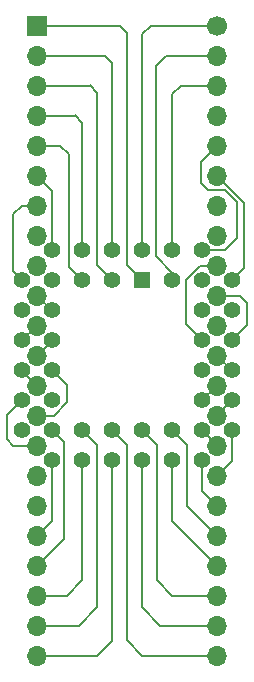
<source format=gbr>
%TF.GenerationSoftware,KiCad,Pcbnew,8.0.7*%
%TF.CreationDate,2025-02-20T01:51:32-06:00*%
%TF.ProjectId,PLCC-44-Socket-Adapter,504c4343-2d34-4342-9d53-6f636b65742d,v1.0*%
%TF.SameCoordinates,Original*%
%TF.FileFunction,Copper,L2,Bot*%
%TF.FilePolarity,Positive*%
%FSLAX46Y46*%
G04 Gerber Fmt 4.6, Leading zero omitted, Abs format (unit mm)*
G04 Created by KiCad (PCBNEW 8.0.7) date 2025-02-20 01:51:32*
%MOMM*%
%LPD*%
G01*
G04 APERTURE LIST*
%TA.AperFunction,ComponentPad*%
%ADD10C,1.700000*%
%TD*%
%TA.AperFunction,ComponentPad*%
%ADD11O,1.700000X1.700000*%
%TD*%
%TA.AperFunction,ComponentPad*%
%ADD12R,1.700000X1.700000*%
%TD*%
%TA.AperFunction,ComponentPad*%
%ADD13R,1.422400X1.422400*%
%TD*%
%TA.AperFunction,ComponentPad*%
%ADD14C,1.422400*%
%TD*%
%TA.AperFunction,Conductor*%
%ADD15C,0.200000*%
%TD*%
G04 APERTURE END LIST*
D10*
%TO.P,J2,1,Pin_1*%
%TO.N,/Pin44*%
X115570000Y-66060000D03*
D11*
%TO.P,J2,2,Pin_2*%
%TO.N,/Pin43*%
X115570000Y-68600000D03*
%TO.P,J2,3,Pin_3*%
%TO.N,/Pin42*%
X115570000Y-71140000D03*
%TO.P,J2,4,Pin_4*%
%TO.N,/Pin41*%
X115570000Y-73680000D03*
%TO.P,J2,5,Pin_5*%
%TO.N,/Pin40*%
X115570000Y-76220000D03*
%TO.P,J2,6,Pin_6*%
%TO.N,/Pin39*%
X115570000Y-78760000D03*
%TO.P,J2,7,Pin_7*%
%TO.N,/Pin38*%
X115570000Y-81300000D03*
%TO.P,J2,8,Pin_8*%
%TO.N,/Pin37*%
X115570000Y-83840000D03*
%TO.P,J2,9,Pin_9*%
%TO.N,/Pin36*%
X115570000Y-86380000D03*
%TO.P,J2,10,Pin_10*%
%TO.N,/Pin35*%
X115570000Y-88920000D03*
%TO.P,J2,11,Pin_11*%
%TO.N,/Pin34*%
X115570000Y-91460000D03*
%TO.P,J2,12,Pin_12*%
%TO.N,/Pin33*%
X115570000Y-94000000D03*
%TO.P,J2,13,Pin_13*%
%TO.N,/Pin32*%
X115570000Y-96540000D03*
%TO.P,J2,14,Pin_14*%
%TO.N,/Pin31*%
X115570000Y-99080000D03*
%TO.P,J2,15,Pin_15*%
%TO.N,/Pin30*%
X115570000Y-101620000D03*
%TO.P,J2,16,Pin_16*%
%TO.N,/Pin29*%
X115570000Y-104160000D03*
%TO.P,J2,17,Pin_17*%
%TO.N,/Pin28*%
X115570000Y-106700000D03*
%TO.P,J2,18,Pin_18*%
%TO.N,/Pin27*%
X115570000Y-109240000D03*
%TO.P,J2,19,Pin_19*%
%TO.N,/Pin26*%
X115570000Y-111780000D03*
%TO.P,J2,20,Pin_20*%
%TO.N,/Pin25*%
X115570000Y-114320000D03*
%TO.P,J2,21,Pin_21*%
%TO.N,/Pin24*%
X115570000Y-116860000D03*
%TO.P,J2,22,Pin_22*%
%TO.N,/Pin23*%
X115570000Y-119400000D03*
%TD*%
D12*
%TO.P,J1,1,Pin_1*%
%TO.N,/Pin1*%
X100330000Y-66060000D03*
D11*
%TO.P,J1,2,Pin_2*%
%TO.N,/Pin2*%
X100330000Y-68600000D03*
%TO.P,J1,3,Pin_3*%
%TO.N,/Pin3*%
X100330000Y-71140000D03*
%TO.P,J1,4,Pin_4*%
%TO.N,/Pin4*%
X100330000Y-73680000D03*
%TO.P,J1,5,Pin_5*%
%TO.N,/Pin5*%
X100330000Y-76220000D03*
%TO.P,J1,6,Pin_6*%
%TO.N,/Pin6*%
X100330000Y-78760000D03*
%TO.P,J1,7,Pin_7*%
%TO.N,/Pin7*%
X100330000Y-81300000D03*
%TO.P,J1,8,Pin_8*%
%TO.N,/Pin8*%
X100330000Y-83840000D03*
%TO.P,J1,9,Pin_9*%
%TO.N,/Pin9*%
X100330000Y-86380000D03*
%TO.P,J1,10,Pin_10*%
%TO.N,/Pin10*%
X100330000Y-88920000D03*
%TO.P,J1,11,Pin_11*%
%TO.N,/Pin11*%
X100330000Y-91460000D03*
%TO.P,J1,12,Pin_12*%
%TO.N,/Pin12*%
X100330000Y-94000000D03*
%TO.P,J1,13,Pin_13*%
%TO.N,/Pin13*%
X100330000Y-96540000D03*
%TO.P,J1,14,Pin_14*%
%TO.N,/Pin14*%
X100330000Y-99080000D03*
%TO.P,J1,15,Pin_15*%
%TO.N,/Pin15*%
X100330000Y-101620000D03*
%TO.P,J1,16,Pin_16*%
%TO.N,/Pin16*%
X100330000Y-104160000D03*
%TO.P,J1,17,Pin_17*%
%TO.N,/Pin17*%
X100330000Y-106700000D03*
%TO.P,J1,18,Pin_18*%
%TO.N,/Pin18*%
X100330000Y-109240000D03*
%TO.P,J1,19,Pin_19*%
%TO.N,/Pin19*%
X100330000Y-111780000D03*
%TO.P,J1,20,Pin_20*%
%TO.N,/Pin20*%
X100330000Y-114320000D03*
%TO.P,J1,21,Pin_21*%
%TO.N,/Pin21*%
X100330000Y-116860000D03*
%TO.P,J1,22,Pin_22*%
%TO.N,/Pin22*%
X100330000Y-119400000D03*
%TD*%
D13*
%TO.P,U1,1,GCLR/I*%
%TO.N,/Pin1*%
X109220000Y-87630000D03*
D14*
%TO.P,U1,2,GCLK2/OE2/I*%
%TO.N,/Pin2*%
X106680000Y-85090000D03*
%TO.P,U1,3,VCC*%
%TO.N,/Pin3*%
X106680000Y-87630000D03*
%TO.P,U1,4,I/O*%
%TO.N,/Pin4*%
X104140000Y-85090000D03*
%TO.P,U1,5,I/O*%
%TO.N,/Pin5*%
X104140000Y-87630000D03*
%TO.P,U1,6,I/O*%
%TO.N,/Pin6*%
X101600000Y-85090000D03*
%TO.P,U1,7,TDI/I/O*%
%TO.N,/Pin7*%
X99060000Y-87630000D03*
%TO.P,U1,8,I/O*%
%TO.N,/Pin8*%
X101600000Y-87630000D03*
%TO.P,U1,9,I/O*%
%TO.N,/Pin9*%
X99060000Y-90170000D03*
%TO.P,U1,10,GND*%
%TO.N,/Pin10*%
X101600000Y-90170000D03*
%TO.P,U1,11,PD1/I/O*%
%TO.N,/Pin11*%
X99060000Y-92710000D03*
%TO.P,U1,12,I/O*%
%TO.N,/Pin12*%
X101600000Y-92710000D03*
%TO.P,U1,13,I/O/TMS*%
%TO.N,/Pin13*%
X99060000Y-95250000D03*
%TO.P,U1,14,I/O*%
%TO.N,/Pin14*%
X101600000Y-95250000D03*
%TO.P,U1,15,VCC*%
%TO.N,/Pin15*%
X99060000Y-97790000D03*
%TO.P,U1,16,I/O*%
%TO.N,/Pin16*%
X101600000Y-97790000D03*
%TO.P,U1,17,I/O*%
%TO.N,/Pin17*%
X99060000Y-100330000D03*
%TO.P,U1,18,I/O*%
%TO.N,/Pin18*%
X101600000Y-102870000D03*
%TO.P,U1,19,I/O*%
%TO.N,/Pin19*%
X101600000Y-100330000D03*
%TO.P,U1,20,I/O*%
%TO.N,/Pin20*%
X104140000Y-102870000D03*
%TO.P,U1,21,I/O*%
%TO.N,/Pin21*%
X104140000Y-100330000D03*
%TO.P,U1,22,GND*%
%TO.N,/Pin22*%
X106680000Y-102870000D03*
%TO.P,U1,23,VCC*%
%TO.N,/Pin23*%
X106680000Y-100330000D03*
%TO.P,U1,24,I/O*%
%TO.N,/Pin24*%
X109220000Y-102870000D03*
%TO.P,U1,25,PD2/I/O*%
%TO.N,/Pin25*%
X109220000Y-100330000D03*
%TO.P,U1,26,I/O*%
%TO.N,/Pin26*%
X111760000Y-102870000D03*
%TO.P,U1,27,I/O*%
%TO.N,/Pin27*%
X111760000Y-100330000D03*
%TO.P,U1,28,I/O*%
%TO.N,/Pin28*%
X114300000Y-102870000D03*
%TO.P,U1,29,I/O*%
%TO.N,/Pin29*%
X116840000Y-100330000D03*
%TO.P,U1,30,GND*%
%TO.N,/Pin30*%
X114300000Y-100330000D03*
%TO.P,U1,31,I/O*%
%TO.N,/Pin31*%
X116840000Y-97790000D03*
%TO.P,U1,32,I/O/TCK*%
%TO.N,/Pin32*%
X114300000Y-97790000D03*
%TO.P,U1,33,I/O*%
%TO.N,/Pin33*%
X116840000Y-95250000D03*
%TO.P,U1,34,I/O*%
%TO.N,/Pin34*%
X114300000Y-95250000D03*
%TO.P,U1,35,VCC*%
%TO.N,/Pin35*%
X116840000Y-92710000D03*
%TO.P,U1,36,I/O*%
%TO.N,/Pin36*%
X114300000Y-92710000D03*
%TO.P,U1,37,I/O*%
%TO.N,/Pin37*%
X116840000Y-90170000D03*
%TO.P,U1,38,I/O/TDO*%
%TO.N,/Pin38*%
X114300000Y-90170000D03*
%TO.P,U1,39,I/O*%
%TO.N,/Pin39*%
X116840000Y-87630000D03*
%TO.P,U1,40,I/O*%
%TO.N,/Pin40*%
X114300000Y-85090000D03*
%TO.P,U1,41,GCLK3/I/O*%
%TO.N,/Pin41*%
X114300000Y-87630000D03*
%TO.P,U1,42,GND*%
%TO.N,/Pin42*%
X111760000Y-85090000D03*
%TO.P,U1,43,GCLK1/I*%
%TO.N,/Pin43*%
X111760000Y-87630000D03*
%TO.P,U1,44,OE1/I*%
%TO.N,/Pin44*%
X109220000Y-85090000D03*
%TD*%
D15*
%TO.N,/Pin5*%
X102997000Y-76962000D02*
X102997000Y-86487000D01*
X102255000Y-76220000D02*
X102997000Y-76962000D01*
X100330000Y-76220000D02*
X102255000Y-76220000D01*
X102997000Y-86487000D02*
X104140000Y-87630000D01*
%TO.N,/Pin43*%
X110363000Y-85598000D02*
X110363000Y-69469000D01*
X110363000Y-69469000D02*
X111232000Y-68600000D01*
X111232000Y-68600000D02*
X115570000Y-68600000D01*
X111760000Y-86995000D02*
X110363000Y-85598000D01*
X111760000Y-87630000D02*
X111760000Y-86995000D01*
%TO.N,/Pin36*%
X112903000Y-91313000D02*
X112903000Y-87596947D01*
X114300000Y-92710000D02*
X112903000Y-91313000D01*
X112903000Y-87596947D02*
X114119947Y-86380000D01*
X114119947Y-86380000D02*
X115570000Y-86380000D01*
%TO.N,/Pin40*%
X114173000Y-77617000D02*
X115570000Y-76220000D01*
X116205000Y-80010000D02*
X114808000Y-80010000D01*
X117221000Y-81026000D02*
X116205000Y-80010000D01*
X114808000Y-80010000D02*
X114173000Y-79375000D01*
X117221000Y-84074000D02*
X117221000Y-81026000D01*
X116205000Y-85090000D02*
X117221000Y-84074000D01*
X114173000Y-79375000D02*
X114173000Y-77617000D01*
X114300000Y-85090000D02*
X116205000Y-85090000D01*
%TO.N,/Pin39*%
X117856000Y-81046000D02*
X115570000Y-78760000D01*
X117856000Y-86614000D02*
X117856000Y-81046000D01*
X116840000Y-87630000D02*
X117856000Y-86614000D01*
%TO.N,/Pin21*%
X104140000Y-100330000D02*
X105410000Y-101600000D01*
X103866000Y-116860000D02*
X100330000Y-116860000D01*
X105410000Y-101600000D02*
X105410000Y-115316000D01*
X105410000Y-115316000D02*
X103866000Y-116860000D01*
%TO.N,/Pin10*%
X100350000Y-88920000D02*
X101600000Y-90170000D01*
X100330000Y-88920000D02*
X100350000Y-88920000D01*
%TO.N,/Pin3*%
X104755000Y-71140000D02*
X104775000Y-71120000D01*
X105410000Y-86360000D02*
X106680000Y-87630000D01*
X104775000Y-71120000D02*
X105410000Y-71755000D01*
X100330000Y-71140000D02*
X104755000Y-71140000D01*
X105410000Y-71755000D02*
X105410000Y-86360000D01*
%TO.N,/Pin1*%
X107950000Y-86360000D02*
X107950000Y-66675000D01*
X107335000Y-66060000D02*
X100330000Y-66060000D01*
X109220000Y-87630000D02*
X107950000Y-86360000D01*
X107950000Y-66675000D02*
X107335000Y-66060000D01*
%TO.N,/Pin22*%
X106680000Y-118120000D02*
X105400000Y-119400000D01*
X106680000Y-102870000D02*
X106680000Y-118120000D01*
X105400000Y-119400000D02*
X100330000Y-119400000D01*
%TO.N,/Pin7*%
X98298000Y-86868000D02*
X99060000Y-87630000D01*
X100330000Y-81300000D02*
X99040000Y-81300000D01*
X99040000Y-81300000D02*
X98298000Y-82042000D01*
X98298000Y-82042000D02*
X98298000Y-86868000D01*
%TO.N,/Pin6*%
X101600000Y-80030000D02*
X101600000Y-85090000D01*
X100330000Y-78760000D02*
X101600000Y-80030000D01*
%TO.N,/Pin14*%
X101600000Y-95250000D02*
X102870000Y-96520000D01*
X102870000Y-96520000D02*
X102870000Y-97950053D01*
X102870000Y-97950053D02*
X101740053Y-99080000D01*
X101740053Y-99080000D02*
X100330000Y-99080000D01*
%TO.N,/Pin12*%
X101600000Y-92710000D02*
X101600000Y-92730000D01*
X101600000Y-92730000D02*
X100330000Y-94000000D01*
%TO.N,/Pin20*%
X104140000Y-113030000D02*
X102850000Y-114320000D01*
X102850000Y-114320000D02*
X100330000Y-114320000D01*
X104140000Y-102870000D02*
X104140000Y-113030000D01*
%TO.N,/Pin13*%
X99060000Y-95270000D02*
X100330000Y-96540000D01*
X99060000Y-95250000D02*
X99060000Y-95270000D01*
%TO.N,/Pin11*%
X100330000Y-91460000D02*
X100310000Y-91460000D01*
X100310000Y-91460000D02*
X99060000Y-92710000D01*
%TO.N,/Pin18*%
X101600000Y-107970000D02*
X100330000Y-109240000D01*
X101600000Y-102870000D02*
X101600000Y-107970000D01*
%TO.N,/Pin19*%
X102611200Y-109498800D02*
X100330000Y-111780000D01*
X102611200Y-101341200D02*
X102611200Y-109498800D01*
X101600000Y-100330000D02*
X102611200Y-101341200D01*
%TO.N,/Pin15*%
X99060000Y-97790000D02*
X97790000Y-99060000D01*
X97790000Y-101092000D02*
X98318000Y-101620000D01*
X98318000Y-101620000D02*
X100330000Y-101620000D01*
X97790000Y-99060000D02*
X97790000Y-101092000D01*
%TO.N,/Pin4*%
X103485000Y-73680000D02*
X103505000Y-73660000D01*
X104140000Y-74295000D02*
X104140000Y-85090000D01*
X103505000Y-73660000D02*
X104140000Y-74295000D01*
X100330000Y-73680000D02*
X103485000Y-73680000D01*
%TO.N,/Pin2*%
X106680000Y-69215000D02*
X106680000Y-85090000D01*
X106065000Y-68600000D02*
X106680000Y-69215000D01*
X100330000Y-68600000D02*
X106065000Y-68600000D01*
%TO.N,/Pin23*%
X109240000Y-119400000D02*
X115570000Y-119400000D01*
X107950000Y-118110000D02*
X109240000Y-119400000D01*
X106680000Y-100330000D02*
X107950000Y-101600000D01*
X107950000Y-101600000D02*
X107950000Y-118110000D01*
%TO.N,/Pin35*%
X117495000Y-88920000D02*
X115570000Y-88920000D01*
X116840000Y-92710000D02*
X118110000Y-91440000D01*
X118110000Y-89535000D02*
X117495000Y-88920000D01*
X118110000Y-91440000D02*
X118110000Y-89535000D01*
%TO.N,/Pin44*%
X109220000Y-66802000D02*
X109962000Y-66060000D01*
X109220000Y-85090000D02*
X109220000Y-66802000D01*
X109962000Y-66060000D02*
X115570000Y-66060000D01*
%TO.N,/Pin33*%
X116840000Y-95250000D02*
X116820000Y-95250000D01*
X116820000Y-95250000D02*
X115570000Y-94000000D01*
%TO.N,/Pin29*%
X116840000Y-102890000D02*
X116840000Y-100330000D01*
X115570000Y-104160000D02*
X116840000Y-102890000D01*
%TO.N,/Pin25*%
X110490000Y-101600000D02*
X110490000Y-113030000D01*
X109220000Y-100330000D02*
X110490000Y-101600000D01*
X110490000Y-113030000D02*
X111780000Y-114320000D01*
X111780000Y-114320000D02*
X115570000Y-114320000D01*
%TO.N,/Pin24*%
X109220000Y-102870000D02*
X109220000Y-115316000D01*
X109220000Y-115316000D02*
X110764000Y-116860000D01*
X110764000Y-116860000D02*
X115570000Y-116860000D01*
%TO.N,/Pin27*%
X111760000Y-100330000D02*
X113030000Y-101600000D01*
X113030000Y-106700000D02*
X115570000Y-109240000D01*
X113030000Y-101600000D02*
X113030000Y-106700000D01*
%TO.N,/Pin28*%
X114300000Y-102870000D02*
X114300000Y-105430000D01*
X114300000Y-105430000D02*
X115570000Y-106700000D01*
%TO.N,/Pin32*%
X114300000Y-97790000D02*
X114320000Y-97790000D01*
X114320000Y-97790000D02*
X115570000Y-96540000D01*
%TO.N,/Pin26*%
X111760000Y-107970000D02*
X115570000Y-111780000D01*
X111760000Y-102870000D02*
X111760000Y-107970000D01*
%TO.N,/Pin30*%
X115570000Y-101620000D02*
X115570000Y-101600000D01*
X115570000Y-101600000D02*
X114300000Y-100330000D01*
%TO.N,/Pin31*%
X115570000Y-99080000D02*
X115570000Y-99060000D01*
X115570000Y-99060000D02*
X116840000Y-97790000D01*
%TO.N,/Pin42*%
X112502000Y-71140000D02*
X115570000Y-71140000D01*
X111760000Y-85090000D02*
X111760000Y-71882000D01*
X111760000Y-71882000D02*
X112502000Y-71140000D01*
%TD*%
M02*

</source>
